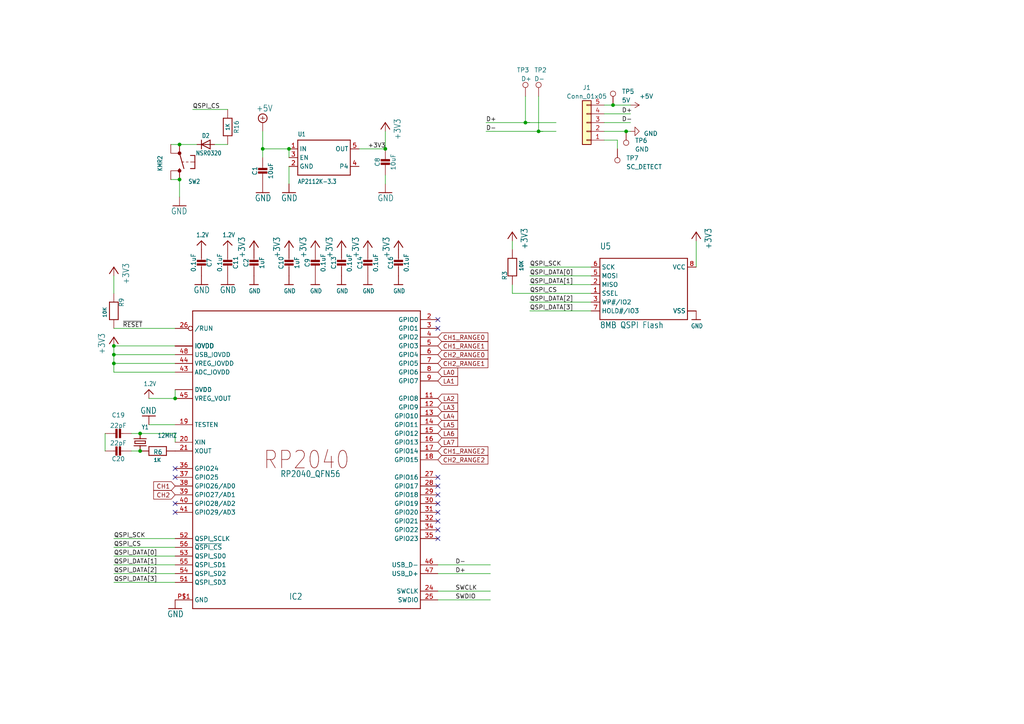
<source format=kicad_sch>
(kicad_sch (version 20230121) (generator eeschema)
  (paper "A4")
  (lib_symbols
    (symbol "Adafruit QT Py RP2040-eagle-import:+3V3" (power)
      (property "Value" "+3V3" (at -2.54 -5.08 90))
      (symbol "+3V3_1_0"
        (polyline (pts (xy 0 0) (xy -1.27 -1.905)) (stroke (width 0.254)))
        (polyline (pts (xy 1.27 -1.905) (xy 0 0)) (stroke (width 0.254)))
        (pin power_in line (at 0 -2.54 90) (length 2.54) (name "+3V3") (number "1"))
      )
    )
    (symbol "Adafruit QT Py RP2040-eagle-import:+5V" (power)
      (property "Value" "+5V" (at -1.905 3.175 0))
      (symbol "+5V_1_0"
        (polyline (pts (xy -0.635 1.27) (xy 0.635 1.27)) (stroke (width 0.1524)))
        (polyline (pts (xy 0 0.635) (xy 0 1.905)) (stroke (width 0.1524)))
        (circle (center 0 1.27) (radius 1.27) (stroke (width 0.254)))
        (pin power_in line (at 0 -2.54 90) (length 2.54) (name "+5V") (number "1"))
      )
    )
    (symbol "Adafruit QT Py RP2040-eagle-import:1.2V" (power)
      (property "Value" "1.2V" (at -1.524 1.016 0))
      (symbol "1.2V_1_0"
        (polyline (pts (xy -1.27 -1.27) (xy 0 0)) (stroke (width 0.254)))
        (polyline (pts (xy 0 0) (xy 1.27 -1.27)) (stroke (width 0.254)))
        (pin power_in line (at 0 -2.54 90) (length 2.54) (name "1.2V") (number "1"))
      )
    )
    (symbol "Adafruit QT Py RP2040-eagle-import:CAP_CERAMIC0603_NO"
      (property "Reference" "C" (at -2.29 1.25 90))
      (symbol "CAP_CERAMIC0603_NO_1_0"
        (rectangle (start -1.27 0.508) (end 1.27 1.016) (fill (type outline)))
        (rectangle (start -1.27 1.524) (end 1.27 2.032) (fill (type outline)))
        (polyline (pts (xy 0 0.762) (xy 0 0)) (stroke (width 0.1524)))
        (polyline (pts (xy 0 2.54) (xy 0 1.778)) (stroke (width 0.1524)))
        (pin passive line (at 0 5.08 270) (length 2.54) (name "1") (number "1"))
        (pin passive line (at 0 -2.54 90) (length 2.54) (name "2") (number "2"))
      )
    )
    (symbol "Adafruit QT Py RP2040-eagle-import:CAP_CERAMIC0805-NOOUTLINE"
      (property "Reference" "C" (at -2.29 1.25 90))
      (symbol "CAP_CERAMIC0805-NOOUTLINE_1_0"
        (rectangle (start -1.27 0.508) (end 1.27 1.016) (fill (type outline)))
        (rectangle (start -1.27 1.524) (end 1.27 2.032) (fill (type outline)))
        (polyline (pts (xy 0 0.762) (xy 0 0)) (stroke (width 0.1524)))
        (polyline (pts (xy 0 2.54) (xy 0 1.778)) (stroke (width 0.1524)))
        (pin passive line (at 0 5.08 270) (length 2.54) (name "1") (number "1"))
        (pin passive line (at 0 -2.54 90) (length 2.54) (name "2") (number "2"))
      )
    )
    (symbol "Adafruit QT Py RP2040-eagle-import:CAP_CERAMIC_0402NO"
      (property "Reference" "C" (at -2.29 1.25 90))
      (symbol "CAP_CERAMIC_0402NO_1_0"
        (rectangle (start -1.27 0.508) (end 1.27 1.016) (fill (type outline)))
        (rectangle (start -1.27 1.524) (end 1.27 2.032) (fill (type outline)))
        (polyline (pts (xy 0 0.762) (xy 0 0)) (stroke (width 0.1524)))
        (polyline (pts (xy 0 2.54) (xy 0 1.778)) (stroke (width 0.1524)))
        (pin passive line (at 0 5.08 270) (length 2.54) (name "1") (number "1"))
        (pin passive line (at 0 -2.54 90) (length 2.54) (name "2") (number "2"))
      )
    )
    (symbol "Adafruit QT Py RP2040-eagle-import:CRYSTAL2.5X2.0"
      (property "Reference" "Y" (at -2.54 2.54 0))
      (symbol "CRYSTAL2.5X2.0_1_0"
        (polyline (pts (xy -2.54 0) (xy -1.016 0)) (stroke (width 0.254)))
        (polyline (pts (xy -1.016 0) (xy -1.016 -1.778)) (stroke (width 0.254)))
        (polyline (pts (xy -1.016 1.778) (xy -1.016 0)) (stroke (width 0.254)))
        (polyline (pts (xy -0.381 -1.524) (xy 0.381 -1.524)) (stroke (width 0.254)))
        (polyline (pts (xy -0.381 1.524) (xy -0.381 -1.524)) (stroke (width 0.254)))
        (polyline (pts (xy 0.381 -1.524) (xy 0.381 1.524)) (stroke (width 0.254)))
        (polyline (pts (xy 0.381 1.524) (xy -0.381 1.524)) (stroke (width 0.254)))
        (polyline (pts (xy 1.016 0) (xy 1.016 -1.778)) (stroke (width 0.254)))
        (polyline (pts (xy 1.016 1.778) (xy 1.016 0)) (stroke (width 0.254)))
        (polyline (pts (xy 2.54 0) (xy 1.016 0)) (stroke (width 0.254)))
        (pin passive line (at -2.54 0 0) (length 0) (name "1") (number "1"))
        (pin passive line (at 2.54 0 180) (length 0) (name "2") (number "3"))
      )
    )
    (symbol "Adafruit QT Py RP2040-eagle-import:DIODE_SOD323MINI"
      (property "Reference" "D" (at 0 2.54 0))
      (symbol "DIODE_SOD323MINI_1_0"
        (polyline (pts (xy -1.27 -1.27) (xy 1.27 0)) (stroke (width 0.254)))
        (polyline (pts (xy -1.27 1.27) (xy -1.27 -1.27)) (stroke (width 0.254)))
        (polyline (pts (xy 1.27 0) (xy -1.27 1.27)) (stroke (width 0.254)))
        (polyline (pts (xy 1.27 0) (xy 1.27 -1.27)) (stroke (width 0.254)))
        (polyline (pts (xy 1.27 1.27) (xy 1.27 0)) (stroke (width 0.254)))
        (pin passive line (at -2.54 0 0) (length 2.54) (name "A") (number "A"))
        (pin passive line (at 2.54 0 180) (length 2.54) (name "C") (number "C"))
      )
    )
    (symbol "Adafruit QT Py RP2040-eagle-import:GND" (power)
      (property "Value" "GND" (at -2.54 -2.54 0))
      (symbol "GND_1_0"
        (polyline (pts (xy -1.905 0) (xy 1.905 0)) (stroke (width 0.254)))
        (pin power_in line (at 0 2.54 270) (length 2.54) (name "GND") (number "1"))
      )
    )
    (symbol "Adafruit QT Py RP2040-eagle-import:RESISTOR_0402NO"
      (property "Reference" "R" (at 0 2.54 0))
      (symbol "RESISTOR_0402NO_1_0"
        (polyline (pts (xy -2.54 -1.27) (xy -2.54 1.27)) (stroke (width 0.254)))
        (polyline (pts (xy -2.54 1.27) (xy 2.54 1.27)) (stroke (width 0.254)))
        (polyline (pts (xy 2.54 -1.27) (xy -2.54 -1.27)) (stroke (width 0.254)))
        (polyline (pts (xy 2.54 1.27) (xy 2.54 -1.27)) (stroke (width 0.254)))
        (pin passive line (at -5.08 0 0) (length 2.54) (name "1") (number "1"))
        (pin passive line (at 5.08 0 180) (length 2.54) (name "2") (number "2"))
      )
    )
    (symbol "Adafruit QT Py RP2040-eagle-import:RP2040_QFN56"
      (property "Reference" "IC" (at -5.08 -40.64 0))
      (symbol "RP2040_QFN56_1_0"
        (polyline (pts (xy -33.02 -43.18) (xy -33.02 43.18)) (stroke (width 0.254)))
        (polyline (pts (xy -33.02 43.18) (xy 33.02 43.18)) (stroke (width 0.254)))
        (polyline (pts (xy 33.02 -43.18) (xy -33.02 -43.18)) (stroke (width 0.254)))
        (polyline (pts (xy 33.02 43.18) (xy 33.02 -43.18)) (stroke (width 0.254)))
        (text "RP2040" (at 0 0 0) (effects (font (size 5.08 4.318))))
        (pin power_in line (at -38.1 33.02 0) (length 5.08) (name "IOVDD") (number "1"))
        (pin power_in line (at -38.1 33.02 0) (length 5.08) (name "IOVDD") (number "10"))
        (pin bidirectional line (at 38.1 17.78 180) (length 5.08) (name "GPIO8") (number "11"))
        (pin bidirectional line (at 38.1 15.24 180) (length 5.08) (name "GPIO9") (number "12"))
        (pin bidirectional line (at 38.1 12.7 180) (length 5.08) (name "GPIO10") (number "13"))
        (pin bidirectional line (at 38.1 10.16 180) (length 5.08) (name "GPIO11") (number "14"))
        (pin bidirectional line (at 38.1 7.62 180) (length 5.08) (name "GPIO12") (number "15"))
        (pin bidirectional line (at 38.1 5.08 180) (length 5.08) (name "GPIO13") (number "16"))
        (pin bidirectional line (at 38.1 2.54 180) (length 5.08) (name "GPIO14") (number "17"))
        (pin bidirectional line (at 38.1 0 180) (length 5.08) (name "GPIO15") (number "18"))
        (pin input line (at -38.1 10.16 0) (length 5.08) (name "TESTEN") (number "19"))
        (pin bidirectional line (at 38.1 40.64 180) (length 5.08) (name "GPIO0") (number "2"))
        (pin input line (at -38.1 5.08 0) (length 5.08) (name "XIN") (number "20"))
        (pin output line (at -38.1 2.54 0) (length 5.08) (name "XOUT") (number "21"))
        (pin power_in line (at -38.1 33.02 0) (length 5.08) (name "IOVDD") (number "22"))
        (pin power_in line (at -38.1 20.32 0) (length 5.08) (name "DVDD") (number "23"))
        (pin bidirectional line (at 38.1 -38.1 180) (length 5.08) (name "SWCLK") (number "24"))
        (pin bidirectional line (at 38.1 -40.64 180) (length 5.08) (name "SWDIO") (number "25"))
        (pin bidirectional inverted (at -38.1 38.1 0) (length 5.08) (name "/RUN") (number "26"))
        (pin bidirectional line (at 38.1 -5.08 180) (length 5.08) (name "GPIO16") (number "27"))
        (pin bidirectional line (at 38.1 -7.62 180) (length 5.08) (name "GPIO17") (number "28"))
        (pin bidirectional line (at 38.1 -10.16 180) (length 5.08) (name "GPIO18") (number "29"))
        (pin bidirectional line (at 38.1 38.1 180) (length 5.08) (name "GPIO1") (number "3"))
        (pin bidirectional line (at 38.1 -12.7 180) (length 5.08) (name "GPIO19") (number "30"))
        (pin bidirectional line (at 38.1 -15.24 180) (length 5.08) (name "GPIO20") (number "31"))
        (pin bidirectional line (at 38.1 -17.78 180) (length 5.08) (name "GPIO21") (number "32"))
        (pin power_in line (at -38.1 33.02 0) (length 5.08) (name "IOVDD") (number "33"))
        (pin bidirectional line (at 38.1 -20.32 180) (length 5.08) (name "GPIO22") (number "34"))
        (pin bidirectional line (at 38.1 -22.86 180) (length 5.08) (name "GPIO23") (number "35"))
        (pin bidirectional line (at -38.1 -2.54 0) (length 5.08) (name "GPIO24") (number "36"))
        (pin bidirectional line (at -38.1 -5.08 0) (length 5.08) (name "GPIO25") (number "37"))
        (pin bidirectional line (at -38.1 -7.62 0) (length 5.08) (name "GPIO26/AD0") (number "38"))
        (pin bidirectional line (at -38.1 -10.16 0) (length 5.08) (name "GPIO27/AD1") (number "39"))
        (pin bidirectional line (at 38.1 35.56 180) (length 5.08) (name "GPIO2") (number "4"))
        (pin bidirectional line (at -38.1 -12.7 0) (length 5.08) (name "GPIO28/AD2") (number "40"))
        (pin bidirectional line (at -38.1 -15.24 0) (length 5.08) (name "GPIO29/AD3") (number "41"))
        (pin power_in line (at -38.1 33.02 0) (length 5.08) (name "IOVDD") (number "42"))
        (pin power_in line (at -38.1 25.4 0) (length 5.08) (name "ADC_IOVDD") (number "43"))
        (pin power_in line (at -38.1 27.94 0) (length 5.08) (name "VREG_IOVDD") (number "44"))
        (pin power_in line (at -38.1 17.78 0) (length 5.08) (name "VREG_VOUT") (number "45"))
        (pin bidirectional line (at 38.1 -30.48 180) (length 5.08) (name "USB_D-") (number "46"))
        (pin bidirectional line (at 38.1 -33.02 180) (length 5.08) (name "USB_D+") (number "47"))
        (pin power_in line (at -38.1 30.48 0) (length 5.08) (name "USB_IOVDD") (number "48"))
        (pin power_in line (at -38.1 33.02 0) (length 5.08) (name "IOVDD") (number "49"))
        (pin bidirectional line (at 38.1 33.02 180) (length 5.08) (name "GPIO3") (number "5"))
        (pin power_in line (at -38.1 20.32 0) (length 5.08) (name "DVDD") (number "50"))
        (pin bidirectional line (at -38.1 -35.56 0) (length 5.08) (name "QSPI_SD3") (number "51"))
        (pin bidirectional line (at -38.1 -22.86 0) (length 5.08) (name "QSPI_SCLK") (number "52"))
        (pin bidirectional line (at -38.1 -27.94 0) (length 5.08) (name "QSPI_SD0") (number "53"))
        (pin bidirectional line (at -38.1 -33.02 0) (length 5.08) (name "QSPI_SD2") (number "54"))
        (pin bidirectional line (at -38.1 -30.48 0) (length 5.08) (name "QSPI_SD1") (number "55"))
        (pin bidirectional line (at -38.1 -25.4 0) (length 5.08) (name "~{QSPI_CS}") (number "56"))
        (pin bidirectional line (at 38.1 30.48 180) (length 5.08) (name "GPIO4") (number "6"))
        (pin bidirectional line (at 38.1 27.94 180) (length 5.08) (name "GPIO5") (number "7"))
        (pin bidirectional line (at 38.1 25.4 180) (length 5.08) (name "GPIO6") (number "8"))
        (pin bidirectional line (at 38.1 22.86 180) (length 5.08) (name "GPIO7") (number "9"))
        (pin power_in line (at -38.1 -40.64 0) (length 5.08) (name "GND") (number "P$1"))
      )
    )
    (symbol "Adafruit QT Py RP2040-eagle-import:SPIFLASH_8PIN_4X4"
      (property "Reference" "U" (at -12.7 12.7 0))
      (symbol "SPIFLASH_8PIN_4X4_1_0"
        (polyline (pts (xy -12.7 -7.62) (xy -12.7 10.16)) (stroke (width 0.254)))
        (polyline (pts (xy -12.7 10.16) (xy 12.7 10.16)) (stroke (width 0.254)))
        (polyline (pts (xy 12.7 -7.62) (xy -12.7 -7.62)) (stroke (width 0.254)))
        (polyline (pts (xy 12.7 10.16) (xy 12.7 -7.62)) (stroke (width 0.254)))
        (pin bidirectional line (at -15.24 0 0) (length 2.54) (name "SSEL") (number "1"))
        (pin bidirectional line (at -15.24 2.54 0) (length 2.54) (name "MISO") (number "2"))
        (pin bidirectional line (at -15.24 -2.54 0) (length 2.54) (name "WP#/IO2") (number "3"))
        (pin bidirectional line (at 15.24 -5.08 180) (length 2.54) (name "VSS") (number "4"))
        (pin bidirectional line (at -15.24 5.08 0) (length 2.54) (name "MOSI") (number "5"))
        (pin bidirectional line (at -15.24 7.62 0) (length 2.54) (name "SCK") (number "6"))
        (pin bidirectional line (at -15.24 -5.08 0) (length 2.54) (name "HOLD#/IO3") (number "7"))
        (pin bidirectional line (at 15.24 7.62 180) (length 2.54) (name "VCC") (number "8"))
        (pin bidirectional line (at 15.24 -5.08 180) (length 2.54) (name "VSS") (number "PAD"))
      )
    )
    (symbol "Adafruit QT Py RP2040-eagle-import:SWITCH_TACT_SMT4.6X2.8"
      (property "Reference" "SW" (at -2.54 6.35 0))
      (symbol "SWITCH_TACT_SMT4.6X2.8_1_0"
        (circle (center -2.54 0) (radius 0.127) (stroke (width 0.4064)))
        (polyline (pts (xy -2.54 -2.54) (xy -2.54 0)) (stroke (width 0.1524)))
        (polyline (pts (xy -2.54 0) (xy 1.905 1.27)) (stroke (width 0.254)))
        (polyline (pts (xy -1.905 4.445) (xy -1.905 3.175)) (stroke (width 0.254)))
        (polyline (pts (xy 0 1.27) (xy 0 0.635)) (stroke (width 0.1524)))
        (polyline (pts (xy 0 2.54) (xy 0 1.905)) (stroke (width 0.1524)))
        (polyline (pts (xy 0 4.445) (xy -1.905 4.445)) (stroke (width 0.254)))
        (polyline (pts (xy 0 4.445) (xy 0 3.175)) (stroke (width 0.1524)))
        (polyline (pts (xy 1.905 0) (xy 2.54 0)) (stroke (width 0.254)))
        (polyline (pts (xy 1.905 4.445) (xy 0 4.445)) (stroke (width 0.254)))
        (polyline (pts (xy 1.905 4.445) (xy 1.905 3.175)) (stroke (width 0.254)))
        (polyline (pts (xy 2.54 -2.54) (xy 2.54 0)) (stroke (width 0.1524)))
        (circle (center 2.54 0) (radius 0.127) (stroke (width 0.4064)))
        (pin passive line (at -5.08 0 0) (length 2.54) (name "P") (number "A"))
        (pin passive line (at -5.08 -2.54 0) (length 2.54) (name "P1") (number "A'"))
        (pin passive line (at 5.08 0 180) (length 2.54) (name "S") (number "B"))
        (pin passive line (at 5.08 -2.54 180) (length 2.54) (name "S1") (number "B'"))
      )
    )
    (symbol "Adafruit QT Py RP2040-eagle-import:VREG_SOT23-5"
      (property "Reference" "U" (at -7.62 6.096 0))
      (symbol "VREG_SOT23-5_1_0"
        (polyline (pts (xy -7.62 -5.08) (xy -7.62 5.08)) (stroke (width 0.254)))
        (polyline (pts (xy -7.62 5.08) (xy 7.62 5.08)) (stroke (width 0.254)))
        (polyline (pts (xy 7.62 -5.08) (xy -7.62 -5.08)) (stroke (width 0.254)))
        (polyline (pts (xy 7.62 5.08) (xy 7.62 -5.08)) (stroke (width 0.254)))
        (pin power_in line (at -10.16 2.54 0) (length 2.54) (name "IN") (number "1"))
        (pin power_in line (at -10.16 -2.54 0) (length 2.54) (name "GND") (number "2"))
        (pin input line (at -10.16 0 0) (length 2.54) (name "EN") (number "3"))
        (pin bidirectional line (at 10.16 -2.54 180) (length 2.54) (name "P4") (number "4"))
        (pin power_in line (at 10.16 2.54 180) (length 2.54) (name "OUT") (number "5"))
      )
    )
    (symbol "Adafruit QT Py RP2040-eagle-import:microbuilder_GND" (power)
      (property "Value" "microbuilder_GND" (at -1.524 -2.54 0))
      (symbol "microbuilder_GND_1_0"
        (polyline (pts (xy -1.27 0) (xy 1.27 0)) (stroke (width 0.254)))
        (pin power_in line (at 0 2.54 270) (length 2.54) (name "GND") (number "1"))
      )
    )
    (symbol "Connector:TestPoint" (pin_numbers hide) (pin_names (offset 0.762) hide)
      (property "Reference" "TP" (at 0 6.858 0))
      (property "Value" "TestPoint" (at 0 5.08 0))
      (symbol "TestPoint_0_1"
        (circle (center 0 3.302) (radius 0.762))
      )
      (symbol "TestPoint_1_1"
        (pin passive line (at 0 0 90) (length 2.54) (name "1") (number "1"))
      )
    )
    (symbol "Connector_Generic:Conn_01x05" (pin_names (offset 1.016) hide)
      (property "Reference" "J" (at 0 7.62 0))
      (property "Value" "Conn_01x05" (at 0 -7.62 0))
      (symbol "Conn_01x05_1_1"
        (rectangle (start -1.27 -4.953) (end 0 -5.207) (stroke (width 0.1524)))
        (rectangle (start -1.27 -2.413) (end 0 -2.667) (stroke (width 0.1524)))
        (rectangle (start -1.27 0.127) (end 0 -0.127) (stroke (width 0.1524)))
        (rectangle (start -1.27 2.667) (end 0 2.413) (stroke (width 0.1524)))
        (rectangle (start -1.27 5.207) (end 0 4.953) (stroke (width 0.1524)))
        (rectangle (start -1.27 6.35) (end 1.27 -6.35) (stroke (width 0.254)) (fill (type background)))
        (pin passive line (at -5.08 5.08 0) (length 3.81) (name "Pin_1") (number "1"))
        (pin passive line (at -5.08 2.54 0) (length 3.81) (name "Pin_2") (number "2"))
        (pin passive line (at -5.08 0 0) (length 3.81) (name "Pin_3") (number "3"))
        (pin passive line (at -5.08 -2.54 0) (length 3.81) (name "Pin_4") (number "4"))
        (pin passive line (at -5.08 -5.08 0) (length 3.81) (name "Pin_5") (number "5"))
      )
    )
    (symbol "power:+5V" (power) (pin_names (offset 0))
      (property "Value" "+5V" (at 0 3.556 0))
      (symbol "+5V_0_1"
        (polyline (pts (xy -0.762 1.27) (xy 0 2.54)))
        (polyline (pts (xy 0 0) (xy 0 2.54)))
        (polyline (pts (xy 0 2.54) (xy 0.762 1.27)))
      )
      (symbol "+5V_1_1"
        (pin power_in line (at 0 0 90) (length 0) hide (name "+5V") (number "1"))
      )
    )
    (symbol "power:GND" (power) (pin_names (offset 0))
      (property "Value" "GND" (at 0 -3.81 0))
      (symbol "GND_0_1"
        (polyline (pts (xy 0 0) (xy 0 -1.27) (xy 1.27 -1.27) (xy 0 -2.54) (xy -1.27 -1.27) (xy 0 -1.27)))
      )
      (symbol "GND_1_1"
        (pin power_in line (at 0 0 270) (length 0) hide (name "GND") (number "1"))
      )
    )
  )
  (junction (at 33.02 102.87))
  (junction (at 40.64 130.81))
  (junction (at 52.07 41.91))
  (junction (at 33.02 100.33))
  (junction (at 181.61 38.1))
  (junction (at 83.82 43.18))
  (junction (at 76.2 43.18))
  (junction (at 52.07 52.07))
  (junction (at 33.02 105.41))
  (junction (at 50.8 115.57))
  (junction (at 177.8 30.48))
  (junction (at 111.76 43.18))
  (junction (at 152.4 35.56))
  (junction (at 156.21 38.1))
  (junction (at 40.64 125.73))
  (no_connect (at 127 92.71))
  (no_connect (at 50.8 148.59))
  (no_connect (at 127 148.59))
  (no_connect (at 127 146.05))
  (no_connect (at 127 140.97))
  (no_connect (at 127 153.67))
  (no_connect (at 127 143.51))
  (no_connect (at 127 95.25))
  (no_connect (at 50.8 146.05))
  (no_connect (at 50.8 135.89))
  (no_connect (at 127 151.13))
  (no_connect (at 50.8 138.43))
  (no_connect (at 127 138.43))
  (no_connect (at 127 156.21))
  (wire (pts (xy 156.21 38.1) (xy 161.29 38.1)) (stroke (width 0.1524)))
  (wire (pts (xy 50.8 100.33) (xy 33.02 100.33)) (stroke (width 0.1524)))
  (wire (pts (xy 177.8 30.48) (xy 182.88 30.48)))
  (wire (pts (xy 50.8 123.19) (xy 43.18 123.19)) (stroke (width 0.1524)))
  (wire (pts (xy 66.04 31.75) (xy 55.88 31.75)) (stroke (width 0.1524)))
  (wire (pts (xy 76.2 38.1) (xy 76.2 43.18)) (stroke (width 0.1524)))
  (wire (pts (xy 140.97 35.56) (xy 152.4 35.56)) (stroke (width 0.1524)))
  (wire (pts (xy 201.93 69.85) (xy 201.93 77.47)) (stroke (width 0.1524)))
  (wire (pts (xy 83.82 45.72) (xy 83.82 43.18)) (stroke (width 0.1524)))
  (wire (pts (xy 33.02 102.87) (xy 33.02 100.33)) (stroke (width 0.1524)))
  (wire (pts (xy 175.26 30.48) (xy 177.8 30.48)))
  (wire (pts (xy 111.76 53.34) (xy 111.76 50.8)) (stroke (width 0.1524)))
  (wire (pts (xy 33.02 163.83) (xy 50.8 163.83)) (stroke (width 0.1524)))
  (wire (pts (xy 111.76 38.1) (xy 111.76 43.18)) (stroke (width 0.1524)))
  (wire (pts (xy 38.1 130.81) (xy 40.64 130.81)) (stroke (width 0.1524)))
  (wire (pts (xy 171.45 77.47) (xy 153.67 77.47)) (stroke (width 0.1524)))
  (wire (pts (xy 127 166.37) (xy 142.24 166.37)) (stroke (width 0.1524)))
  (wire (pts (xy 33.02 80.01) (xy 33.02 85.09)) (stroke (width 0.1524)))
  (wire (pts (xy 50.8 156.21) (xy 33.02 156.21)) (stroke (width 0.1524)))
  (wire (pts (xy 156.21 27.94) (xy 156.21 38.1)))
  (wire (pts (xy 50.8 158.75) (xy 33.02 158.75)) (stroke (width 0.1524)))
  (wire (pts (xy 33.02 105.41) (xy 33.02 102.87)) (stroke (width 0.1524)))
  (wire (pts (xy 52.07 41.91) (xy 49.53 41.91)) (stroke (width 0.1524)))
  (wire (pts (xy 83.82 48.26) (xy 83.82 53.34)) (stroke (width 0.1524)))
  (wire (pts (xy 33.02 161.29) (xy 50.8 161.29)) (stroke (width 0.1524)))
  (wire (pts (xy 33.02 166.37) (xy 50.8 166.37)) (stroke (width 0.1524)))
  (wire (pts (xy 142.24 171.45) (xy 127 171.45)) (stroke (width 0.1524)))
  (wire (pts (xy 33.02 95.25) (xy 50.8 95.25)) (stroke (width 0.1524)))
  (wire (pts (xy 30.48 125.73) (xy 30.48 130.81)) (stroke (width 0.1524)))
  (wire (pts (xy 104.14 43.18) (xy 111.76 43.18)) (stroke (width 0.1524)))
  (wire (pts (xy 33.02 168.91) (xy 50.8 168.91)) (stroke (width 0.1524)))
  (wire (pts (xy 52.07 41.91) (xy 57.15 41.91)) (stroke (width 0.1524)))
  (wire (pts (xy 50.8 105.41) (xy 33.02 105.41)) (stroke (width 0.1524)))
  (wire (pts (xy 40.64 125.73) (xy 50.8 125.73)) (stroke (width 0.1524)))
  (wire (pts (xy 50.8 107.95) (xy 33.02 107.95)) (stroke (width 0.1524)))
  (wire (pts (xy 127 173.99) (xy 142.24 173.99)) (stroke (width 0.1524)))
  (wire (pts (xy 148.59 69.85) (xy 148.59 72.39)) (stroke (width 0.1524)))
  (wire (pts (xy 33.02 107.95) (xy 33.02 105.41)) (stroke (width 0.1524)))
  (wire (pts (xy 50.8 125.73) (xy 50.8 128.27)) (stroke (width 0.1524)))
  (wire (pts (xy 76.2 45.72) (xy 76.2 43.18)) (stroke (width 0.1524)))
  (wire (pts (xy 175.26 35.56) (xy 182.88 35.56)))
  (wire (pts (xy 52.07 52.07) (xy 52.07 57.15)) (stroke (width 0.1524)))
  (wire (pts (xy 49.53 52.07) (xy 52.07 52.07)) (stroke (width 0.1524)))
  (wire (pts (xy 62.23 41.91) (xy 66.04 41.91)) (stroke (width 0.1524)))
  (wire (pts (xy 43.18 115.57) (xy 50.8 115.57)) (stroke (width 0.1524)))
  (wire (pts (xy 179.07 40.64) (xy 179.07 43.18)))
  (wire (pts (xy 182.88 38.1) (xy 181.61 38.1)))
  (wire (pts (xy 175.26 33.02) (xy 182.88 33.02)))
  (wire (pts (xy 156.21 38.1) (xy 157.48 38.1)))
  (wire (pts (xy 50.8 102.87) (xy 33.02 102.87)) (stroke (width 0.1524)))
  (wire (pts (xy 40.64 125.73) (xy 38.1 125.73)) (stroke (width 0.1524)))
  (wire (pts (xy 76.2 43.18) (xy 83.82 43.18)) (stroke (width 0.1524)))
  (wire (pts (xy 152.4 35.56) (xy 161.29 35.56)) (stroke (width 0.1524)))
  (wire (pts (xy 148.59 82.55) (xy 148.59 85.09)) (stroke (width 0.1524)))
  (wire (pts (xy 175.26 38.1) (xy 181.61 38.1)))
  (wire (pts (xy 127 163.83) (xy 142.24 163.83)) (stroke (width 0.1524)))
  (wire (pts (xy 171.45 87.63) (xy 153.67 87.63)) (stroke (width 0.1524)))
  (wire (pts (xy 153.67 90.17) (xy 171.45 90.17)) (stroke (width 0.1524)))
  (wire (pts (xy 171.45 82.55) (xy 153.67 82.55)) (stroke (width 0.1524)))
  (wire (pts (xy 152.4 35.56) (xy 153.67 35.56)))
  (wire (pts (xy 148.59 85.09) (xy 171.45 85.09)) (stroke (width 0.1524)))
  (wire (pts (xy 175.26 40.64) (xy 179.07 40.64)))
  (wire (pts (xy 50.8 113.03) (xy 50.8 115.57)) (stroke (width 0.1524)))
  (wire (pts (xy 140.97 38.1) (xy 156.21 38.1)) (stroke (width 0.1524)))
  (wire (pts (xy 152.4 27.94) (xy 152.4 35.56)))
  (wire (pts (xy 153.67 80.01) (xy 171.45 80.01)) (stroke (width 0.1524)))
  (label "QSPI_CS" (at 153.67 85.09 0) (effects (font (size 1.2446 1.2446))))
  (label "SWDIO" (at 132.08 173.99 0) (effects (font (size 1.2446 1.2446))))
  (label "~{RESET}" (at 35.56 95.25 0) (effects (font (size 1.2446 1.2446))))
  (label "D-" (at 132.08 163.83 0) (effects (font (size 1.2446 1.2446))))
  (label "QSPI_DATA[3]" (at 153.67 90.17 0) (effects (font (size 1.2446 1.2446))))
  (label "QSPI_DATA[0]" (at 153.67 80.01 0) (effects (font (size 1.2446 1.2446))))
  (label "SWCLK" (at 132.08 171.45 0) (effects (font (size 1.2446 1.2446))))
  (label "QSPI_DATA[1]" (at 153.67 82.55 0) (effects (font (size 1.2446 1.2446))))
  (label "QSPI_CS" (at 55.88 31.75 0) (effects (font (size 1.2446 1.2446))))
  (label "QSPI_DATA[0]" (at 33.02 161.29 0) (effects (font (size 1.2446 1.2446))))
  (label "D+" (at 132.08 166.37 0) (effects (font (size 1.2446 1.2446))))
  (label "QSPI_DATA[1]" (at 33.02 163.83 0) (effects (font (size 1.2446 1.2446))))
  (label "QSPI_DATA[3]" (at 33.02 168.91 0) (effects (font (size 1.2446 1.2446))))
  (label "QSPI_DATA[2]" (at 153.67 87.63 0) (effects (font (size 1.2446 1.2446))))
  (label "D-" (at 180.34 35.56 0))
  (label "QSPI_CS" (at 33.02 158.75 0) (effects (font (size 1.2446 1.2446))))
  (label "QSPI_SCK" (at 153.67 77.47 0) (effects (font (size 1.2446 1.2446))))
  (label "D+" (at 140.97 35.56 0) (effects (font (size 1.2446 1.2446))))
  (label "D+" (at 180.34 33.02 0))
  (label "QSPI_DATA[2]" (at 33.02 166.37 0) (effects (font (size 1.2446 1.2446))))
  (label "QSPI_SCK" (at 33.02 156.21 0) (effects (font (size 1.2446 1.2446))))
  (label "D-" (at 140.97 38.1 0) (effects (font (size 1.2446 1.2446))))
  (label "+3V3" (at 106.68 43.18 0) (effects (font (size 1.2446 1.2446))))
  (global_label "CH1_RANGE1" (shape input) (at 127 100.33 0) (property "Intersheetrefs" "${INTERSHEET_REFS}" (effects hide)))
  (global_label "CH2" (shape input) (at 50.8 143.51 180) (property "Intersheetrefs" "${INTERSHEET_REFS}" (effects hide)))
  (global_label "CH2_RANGE0" (shape input) (at 127 102.87 0) (property "Intersheetrefs" "${INTERSHEET_REFS}" (effects hide)))
  (global_label "LA4" (shape input) (at 127 120.65 0) (property "Intersheetrefs" "${INTERSHEET_REFS}" (effects hide)))
  (global_label "CH1_RANGE2" (shape input) (at 127 130.81 0) (property "Intersheetrefs" "${INTERSHEET_REFS}" (effects hide)))
  (global_label "LA0" (shape input) (at 127 107.95 0) (property "Intersheetrefs" "${INTERSHEET_REFS}" (effects hide)))
  (global_label "LA3" (shape input) (at 127 118.11 0) (property "Intersheetrefs" "${INTERSHEET_REFS}" (effects hide)))
  (global_label "CH1" (shape input) (at 50.8 140.97 180) (property "Intersheetrefs" "${INTERSHEET_REFS}" (effects hide)))
  (global_label "LA5" (shape input) (at 127 123.19 0) (property "Intersheetrefs" "${INTERSHEET_REFS}" (effects hide)))
  (global_label "CH1_RANGE0" (shape input) (at 127 97.79 0) (property "Intersheetrefs" "${INTERSHEET_REFS}" (effects hide)))
  (global_label "CH2_RANGE2" (shape input) (at 127 133.35 0) (property "Intersheetrefs" "${INTERSHEET_REFS}" (effects hide)))
  (global_label "CH2_RANGE1" (shape input) (at 127 105.41 0) (property "Intersheetrefs" "${INTERSHEET_REFS}" (effects hide)))
  (global_label "LA2" (shape input) (at 127 115.57 0) (property "Intersheetrefs" "${INTERSHEET_REFS}" (effects hide)))
  (global_label "LA7" (shape input) (at 127 128.27 0) (property "Intersheetrefs" "${INTERSHEET_REFS}" (effects hide)))
  (global_label "LA6" (shape input) (at 127 125.73 0) (property "Intersheetrefs" "${INTERSHEET_REFS}" (effects hide)))
  (global_label "LA1" (shape input) (at 127 110.49 0) (property "Intersheetrefs" "${INTERSHEET_REFS}" (effects hide)))
  (symbol (lib_id "Adafruit QT Py RP2040-eagle-import:CAP_CERAMIC_0402NO") (at 66.04 74.93 180) (unit 1)
    (property "Reference" "C11" (at 68.33 76.18 90))
    (property "Value" "0.1uF" (at 63.74 76.18 90))
    (property "Footprint" "Adafruit QT Py RP2040:_0402NO" (effects hide))
    (instances (project "Adafruit QT Py RP2040" (path "" (reference "C11") (unit 1))) (project "osc_v2" (path "" (reference "C13") (unit 1)) (path "" (reference "C13") (unit 1))))
  )
  (symbol (lib_id "Adafruit QT Py RP2040-eagle-import:CAP_CERAMIC_0402NO") (at 35.56 125.73 90) (unit 1)
    (property "Reference" "C19" (at 34.31 120.4 90))
    (property "Value" "22pF" (at 34.31 123.43 90))
    (property "Footprint" "Adafruit QT Py RP2040:_0402NO" (effects hide))
    (instances (project "Adafruit QT Py RP2040" (path "" (reference "C19") (unit 1))) (project "osc_v2" (path "" (reference "C9") (unit 1)) (path "" (reference "C9") (unit 1))))
  )
  (symbol (lib_id "Adafruit QT Py RP2040-eagle-import:microbuilder_GND") (at 106.68 82.55 0) (unit 1)
    (property "Reference" "#U$50" (effects hide))
    (property "Value" "GND" (at 105.156 85.09 0) (effects (font (size 1.27 1.0795)) (justify left bottom)))
    (instances (project "Adafruit QT Py RP2040" (path "" (reference "#U$50") (unit 1))) (project "osc_v2" (path "" (reference "#U$09") (unit 1)) (path "" (reference "#U$09") (unit 1))))
  )
  (symbol (lib_id "Adafruit QT Py RP2040-eagle-import:SWITCH_TACT_SMT4.6X2.8") (at 52.07 46.99 270) (unit 1)
    (property "Reference" "SW2" (at 54.61 53.34 90) (effects (font (size 1.27 1.0795)) (justify left bottom)))
    (property "Value" "KMR2" (at 45.72 45.085 0) (effects (font (size 1.27 1.0795)) (justify left bottom)))
    (property "Footprint" "Adafruit QT Py RP2040:BTN_KMR2_4.6X2.8" (effects hide))
    (instances (project "Adafruit QT Py RP2040" (path "" (reference "SW2") (unit 1))) (project "osc_v2" (path "" (reference "SW1") (unit 1)) (path "" (reference "SW1") (unit 1))))
  )
  (symbol (lib_id "Connector:TestPoint") (at 156.21 27.94 0) (unit 1)
    (property "Reference" "TP2" (at 154.94 20.32 0) (effects (justify left)))
    (property "Value" "D-" (at 154.94 22.86 0) (effects (justify left)))
    (property "Footprint" "TestPoint:TestPoint_Pad_2.0x2.0mm" (effects hide))
  )
  (symbol (lib_id "Adafruit QT Py RP2040-eagle-import:GND") (at 111.76 55.88 0) (mirror y) (unit 1)
    (property "Reference" "#GND12" (effects hide))
    (property "Value" "GND" (at 114.3 58.42 0) (effects (font (size 1.778 1.5113)) (justify left bottom)))
    (instances (project "Adafruit QT Py RP2040" (path "" (reference "#GND12") (unit 1))) (project "osc_v2" (path "" (reference "#GND09") (unit 1)) (path "" (reference "#GND09") (unit 1))))
  )
  (symbol (lib_id "Adafruit QT Py RP2040-eagle-import:+3V3") (at 83.82 69.85 0) (unit 1)
    (property "Reference" "#+3V10" (effects hide))
    (property "Value" "+3V3" (at 81.28 74.93 90) (effects (font (size 1.778 1.5113)) (justify left bottom)))
    (instances (project "Adafruit QT Py RP2040" (path "" (reference "#+3V10") (unit 1))) (project "osc_v2" (path "" (reference "#+3V04") (unit 1)) (path "" (reference "#+3V04") (unit 1))))
  )
  (symbol (lib_id "Adafruit QT Py RP2040-eagle-import:GND") (at 76.2 55.88 0) (mirror y) (unit 1)
    (property "Reference" "#GND3" (effects hide))
    (property "Value" "GND" (at 78.74 58.42 0) (effects (font (size 1.778 1.5113)) (justify left bottom)))
    (instances (project "Adafruit QT Py RP2040" (path "" (reference "#GND3") (unit 1))) (project "osc_v2" (path "" (reference "#GND07") (unit 1)) (path "" (reference "#GND07") (unit 1))))
  )
  (symbol (lib_id "Adafruit QT Py RP2040-eagle-import:+3V3") (at 148.59 67.31 0) (mirror y) (unit 1)
    (property "Reference" "#+3V8" (effects hide))
    (property "Value" "+3V3" (at 151.13 72.39 90) (effects (font (size 1.778 1.5113)) (justify left bottom)))
    (instances (project "Adafruit QT Py RP2040" (path "" (reference "#+3V8") (unit 1))) (project "osc_v2" (path "" (reference "#+3V011") (unit 1)) (path "" (reference "#+3V011") (unit 1))))
  )
  (symbol (lib_id "Adafruit QT Py RP2040-eagle-import:GND") (at 66.04 82.55 0) (mirror y) (unit 1)
    (property "Reference" "#GND20" (effects hide))
    (property "Value" "GND" (at 68.58 85.09 0) (effects (font (size 1.778 1.5113)) (justify left bottom)))
    (instances (project "Adafruit QT Py RP2040" (path "" (reference "#GND20") (unit 1))) (project "osc_v2" (path "" (reference "#GND06") (unit 1)) (path "" (reference "#GND06") (unit 1))))
  )
  (symbol (lib_id "Adafruit QT Py RP2040-eagle-import:CAP_CERAMIC0603_NO") (at 83.82 77.47 0) (unit 1)
    (property "Reference" "C10" (at 81.53 76.22 90))
    (property "Value" "1uF" (at 86.12 76.22 90))
    (property "Footprint" "Adafruit QT Py RP2040:0603-NO" (effects hide))
    (instances (project "Adafruit QT Py RP2040" (path "" (reference "C10") (unit 1))) (project "osc_v2" (path "" (reference "C16") (unit 1)) (path "" (reference "C16") (unit 1))))
  )
  (symbol (lib_id "Adafruit QT Py RP2040-eagle-import:+3V3") (at 33.02 97.79 0) (unit 1)
    (property "Reference" "#+3V6" (effects hide))
    (property "Value" "+3V3" (at 30.48 102.87 90) (effects (font (size 1.778 1.5113)) (justify left bottom)))
    (instances (project "Adafruit QT Py RP2040" (path "" (reference "#+3V6") (unit 1))) (project "osc_v2" (path "" (reference "#+3V02") (unit 1)) (path "" (reference "#+3V02") (unit 1))))
  )
  (symbol (lib_id "Adafruit QT Py RP2040-eagle-import:CRYSTAL2.5X2.0") (at 40.64 128.27 90) (unit 1)
    (property "Reference" "Y1" (at 43.18 123.19 90) (effects (font (size 1.27 1.0795)) (justify left bottom)))
    (property "Value" "12MHZ" (at 45.72 127 90) (effects (font (size 1.27 1.0795)) (justify right top)))
    (property "Footprint" "Adafruit QT Py RP2040:CRYSTAL_2.5X2" (effects hide))
  )
  (symbol (lib_id "Adafruit QT Py RP2040-eagle-import:+3V3") (at 201.93 67.31 0) (mirror y) (unit 1)
    (property "Reference" "#+3V5" (effects hide))
    (property "Value" "+3V3" (at 204.47 72.39 90) (effects (font (size 1.778 1.5113)) (justify left bottom)))
    (instances (project "Adafruit QT Py RP2040" (path "" (reference "#+3V5") (unit 1))) (project "osc_v2" (path "" (reference "#+3V012") (unit 1)) (path "" (reference "#+3V012") (unit 1))))
  )
  (symbol (lib_id "power:GND") (at 182.88 38.1 90) (unit 1)
    (property "Reference" "#PWR034" (effects hide))
    (property "Value" "GND" (at 186.69 38.735 90) (effects (justify right)))
    (instances (project "osc_v2" (path "" (reference "#PWR034") (unit 1)) (path "" (reference "#PWR035") (unit 1))))
  )
  (symbol (lib_id "power:+5V") (at 182.88 30.48 270) (unit 1)
    (property "Reference" "#PWR035" (effects hide))
    (property "Value" "+5V" (at 185.42 27.94 90) (effects (justify left)))
    (instances (project "osc_v2" (path "" (reference "#PWR035") (unit 1)) (path "" (reference "#PWR034") (unit 1))))
  )
  (symbol (lib_id "Adafruit QT Py RP2040-eagle-import:RESISTOR_0402NO") (at 148.59 77.47 90) (unit 1)
    (property "Reference" "R3" (at 147.0914 81.28 0) (effects (justify left bottom)))
    (property "Value" "10K" (at 151.892 78.74 0) (effects (font (size 1.016 1.016) bold) (justify left bottom)))
    (property "Footprint" "Resistor_SMD:R_0805_2012Metric_Pad1.20x1.40mm_HandSolder" (effects hide))
    (instances (project "Adafruit QT Py RP2040" (path "" (reference "R3") (unit 1))) (project "osc_v2" (path "" (reference "R18") (unit 1)) (path "" (reference "R18") (unit 1))))
  )
  (symbol (lib_id "Adafruit QT Py RP2040-eagle-import:CAP_CERAMIC0805-NOOUTLINE") (at 111.76 48.26 0) (unit 1)
    (property "Reference" "C8" (at 109.47 47.01 90))
    (property "Value" "10uF" (at 114.06 47.01 90))
    (property "Footprint" "Adafruit QT Py RP2040:0805-NO" (effects hide))
    (instances (project "Adafruit QT Py RP2040" (path "" (reference "C8") (unit 1))) (project "osc_v2" (path "" (reference "C20") (unit 1)) (path "" (reference "C20") (unit 1))))
  )
  (symbol (lib_id "Adafruit QT Py RP2040-eagle-import:microbuilder_GND") (at 73.66 82.55 0) (unit 1)
    (property "Reference" "#U$3" (effects hide))
    (property "Value" "GND" (at 72.136 85.09 0) (effects (font (size 1.27 1.0795)) (justify left bottom)))
    (instances (project "Adafruit QT Py RP2040" (path "" (reference "#U$3") (unit 1))) (project "osc_v2" (path "" (reference "#U$05") (unit 1)) (path "" (reference "#U$05") (unit 1))))
  )
  (symbol (lib_id "Adafruit QT Py RP2040-eagle-import:microbuilder_GND") (at 83.82 82.55 0) (unit 1)
    (property "Reference" "#U$47" (effects hide))
    (property "Value" "GND" (at 82.296 85.09 0) (effects (font (size 1.27 1.0795)) (justify left bottom)))
    (instances (project "Adafruit QT Py RP2040" (path "" (reference "#U$47") (unit 1))) (project "osc_v2" (path "" (reference "#U$06") (unit 1)) (path "" (reference "#U$06") (unit 1))))
  )
  (symbol (lib_id "Adafruit QT Py RP2040-eagle-import:CAP_CERAMIC_0402NO") (at 99.06 77.47 0) (unit 1)
    (property "Reference" "C13" (at 96.77 76.22 90))
    (property "Value" "0.1uF" (at 101.36 76.22 90))
    (property "Footprint" "Adafruit QT Py RP2040:_0402NO" (effects hide))
    (instances (project "Adafruit QT Py RP2040" (path "" (reference "C13") (unit 1))) (project "osc_v2" (path "" (reference "C18") (unit 1)) (path "" (reference "C18") (unit 1))))
  )
  (symbol (lib_id "Adafruit QT Py RP2040-eagle-import:DIODE_SOD323MINI") (at 59.69 41.91 0) (mirror y) (unit 1)
    (property "Reference" "D2" (at 59.69 39.37 0) (effects (font (size 1.27 1.0795))))
    (property "Value" "  NSR0320" (at 59.69 44.41 0) (effects (font (size 1.27 1.0795))))
    (property "Footprint" "Adafruit QT Py RP2040:SOD-323_MINI" (effects hide))
  )
  (symbol (lib_id "Adafruit QT Py RP2040-eagle-import:VREG_SOT23-5") (at 93.98 45.72 0) (unit 1)
    (property "Reference" "U1" (at 86.36 39.624 0) (effects (font (size 1.27 1.0795)) (justify left bottom)))
    (property "Value" "AP2112K-3.3" (at 86.36 53.34 0) (effects (font (size 1.27 1.0795)) (justify left bottom)))
    (property "Footprint" "Adafruit QT Py RP2040:SOT23-5" (effects hide))
    (instances (project "Adafruit QT Py RP2040" (path "" (reference "U1") (unit 1))) (project "osc_v2" (path "" (reference "U6") (unit 1)) (path "" (reference "U6") (unit 1))))
  )
  (symbol (lib_id "Adafruit QT Py RP2040-eagle-import:+5V") (at 76.2 35.56 0) (unit 1)
    (property "Reference" "#SUPPLY1" (effects hide))
    (property "Value" "+5V" (at 74.295 32.385 0) (effects (font (size 1.778 1.5113)) (justify left bottom)))
    (instances (project "Adafruit QT Py RP2040" (path "" (reference "#SUPPLY1") (unit 1))) (project "osc_v2" (path "" (reference "#SUPPLY01") (unit 1)) (path "" (reference "#SUPPLY01") (unit 1))))
  )
  (symbol (lib_id "Adafruit QT Py RP2040-eagle-import:CAP_CERAMIC_0402NO") (at 115.57 77.47 0) (unit 1)
    (property "Reference" "C16" (at 113.28 76.22 90))
    (property "Value" "0.1uF" (at 117.87 76.22 90))
    (property "Footprint" "Adafruit QT Py RP2040:_0402NO" (effects hide))
    (instances (project "Adafruit QT Py RP2040" (path "" (reference "C16") (unit 1))) (project "osc_v2" (path "" (reference "C21") (unit 1)) (path "" (reference "C21") (unit 1))))
  )
  (symbol (lib_id "Adafruit QT Py RP2040-eagle-import:1.2V") (at 43.18 113.03 0) (unit 1)
    (property "Reference" "#U$40" (effects hide))
    (property "Value" "1.2V" (at 41.656 112.014 0) (effects (font (size 1.27 1.0795)) (justify left bottom)))
    (instances (project "Adafruit QT Py RP2040" (path "" (reference "#U$40") (unit 1))) (project "osc_v2" (path "" (reference "#U$01") (unit 1)) (path "" (reference "#U$01") (unit 1))))
  )
  (symbol (lib_id "Connector:TestPoint") (at 177.8 30.48 0) (unit 1)
    (property "Reference" "TP5" (at 180.34 26.543 0) (effects (justify left)))
    (property "Value" "5V" (at 180.34 29.083 0) (effects (justify left)))
    (property "Footprint" "TestPoint:TestPoint_Pad_2.0x2.0mm" (effects hide))
  )
  (symbol (lib_id "Adafruit QT Py RP2040-eagle-import:GND") (at 58.42 82.55 0) (mirror y) (unit 1)
    (property "Reference" "#GND19" (effects hide))
    (property "Value" "GND" (at 60.96 85.09 0) (effects (font (size 1.778 1.5113)) (justify left bottom)))
    (instances (project "Adafruit QT Py RP2040" (path "" (reference "#GND19") (unit 1))) (project "osc_v2" (path "" (reference "#GND05") (unit 1)) (path "" (reference "#GND05") (unit 1))))
  )
  (symbol (lib_id "Adafruit QT Py RP2040-eagle-import:RP2040_QFN56") (at 88.9 133.35 0) (unit 1)
    (property "Reference" "IC2" (at 83.82 173.99 0) (effects (font (size 1.778 1.5113)) (justify left bottom)))
    (property "Value" "RP2040_QFN56" (at 81.28 138.43 0) (effects (font (size 1.778 1.5113)) (justify left bottom)))
    (property "Footprint" "Adafruit QT Py RP2040:QFN56_7MM_REDUCEDEPAD" (effects hide))
    (instances (project "Adafruit QT Py RP2040" (path "" (reference "IC2") (unit 1))) (project "osc_v2" (path "" (reference "IC1") (unit 1)) (path "" (reference "IC1") (unit 1))))
  )
  (symbol (lib_id "Adafruit QT Py RP2040-eagle-import:microbuilder_GND") (at 201.93 92.71 0) (unit 1)
    (property "Reference" "#U$26" (effects hide))
    (property "Value" "GND" (at 200.406 95.25 0) (effects (font (size 1.27 1.0795)) (justify left bottom)))
    (instances (project "Adafruit QT Py RP2040" (path "" (reference "#U$26") (unit 1))) (project "osc_v2" (path "" (reference "#U$015") (unit 1)) (path "" (reference "#U$015") (unit 1))))
  )
  (symbol (lib_id "Adafruit QT Py RP2040-eagle-import:1.2V") (at 66.04 69.85 0) (unit 1)
    (property "Reference" "#U$45" (effects hide))
    (property "Value" "1.2V" (at 64.516 68.834 0) (effects (font (size 1.27 1.0795)) (justify left bottom)))
    (instances (project "Adafruit QT Py RP2040" (path "" (reference "#U$45") (unit 1))) (project "osc_v2" (path "" (reference "#U$04") (unit 1)) (path "" (reference "#U$04") (unit 1))))
  )
  (symbol (lib_id "Adafruit QT Py RP2040-eagle-import:+3V3") (at 106.68 69.85 0) (unit 1)
    (property "Reference" "#+3V13" (effects hide))
    (property "Value" "+3V3" (at 104.14 74.93 90) (effects (font (size 1.778 1.5113)) (justify left bottom)))
    (instances (project "Adafruit QT Py RP2040" (path "" (reference "#+3V13") (unit 1))) (project "osc_v2" (path "" (reference "#+3V07") (unit 1)) (path "" (reference "#+3V07") (unit 1))))
  )
  (symbol (lib_id "Adafruit QT Py RP2040-eagle-import:microbuilder_GND") (at 91.44 82.55 0) (unit 1)
    (property "Reference" "#U$48" (effects hide))
    (property "Value" "GND" (at 89.916 85.09 0) (effects (font (size 1.27 1.0795)) (justify left bottom)))
    (instances (project "Adafruit QT Py RP2040" (path "" (reference "#U$48") (unit 1))) (project "osc_v2" (path "" (reference "#U$07") (unit 1)) (path "" (reference "#U$07") (unit 1))))
  )
  (symbol (lib_id "Adafruit QT Py RP2040-eagle-import:CAP_CERAMIC_0402NO") (at 58.42 74.93 180) (unit 1)
    (property "Reference" "C7" (at 60.71 76.18 90))
    (property "Value" "0.1uF" (at 56.12 76.18 90))
    (property "Footprint" "Adafruit QT Py RP2040:_0402NO" (effects hide))
    (instances (project "Adafruit QT Py RP2040" (path "" (reference "C7") (unit 1))) (project "osc_v2" (path "" (reference "C12") (unit 1)) (path "" (reference "C12") (unit 1))))
  )
  (symbol (lib_id "Adafruit QT Py RP2040-eagle-import:RESISTOR_0402NO") (at 66.04 36.83 270) (unit 1)
    (property "Reference" "R16" (at 68.58 36.83 0))
    (property "Value" "1K" (at 66.04 36.83 0) (effects (font (size 1.016 1.016) bold)))
    (property "Footprint" "Resistor_SMD:R_0805_2012Metric_Pad1.20x1.40mm_HandSolder" (effects hide))
    (instances (project "Adafruit QT Py RP2040" (path "" (reference "R16") (unit 1))) (project "osc_v2" (path "" (reference "R13") (unit 1)) (path "" (reference "R13") (unit 1))))
  )
  (symbol (lib_id "Adafruit QT Py RP2040-eagle-import:RESISTOR_0402NO") (at 33.02 90.17 270) (unit 1)
    (property "Reference" "R9" (at 34.5186 86.36 0) (effects (justify left bottom)))
    (property "Value" "10K" (at 29.718 88.9 0) (effects (font (size 1.016 1.016) bold) (justify left bottom)))
    (property "Footprint" "Resistor_SMD:R_0805_2012Metric_Pad1.20x1.40mm_HandSolder" (effects hide))
    (instances (project "Adafruit QT Py RP2040" (path "" (reference "R9") (unit 1))) (project "osc_v2" (path "" (reference "R11") (unit 1)) (path "" (reference "R11") (unit 1))))
  )
  (symbol (lib_id "Adafruit QT Py RP2040-eagle-import:GND") (at 50.8 176.53 0) (mirror y) (unit 1)
    (property "Reference" "#GND16" (effects hide))
    (property "Value" "GND" (at 53.34 179.07 0) (effects (font (size 1.778 1.5113)) (justify left bottom)))
    (instances (project "Adafruit QT Py RP2040" (path "" (reference "#GND16") (unit 1))) (project "osc_v2" (path "" (reference "#GND03") (unit 1)) (path "" (reference "#GND03") (unit 1))))
  )
  (symbol (lib_id "Connector:TestPoint") (at 181.61 38.1 180) (unit 1)
    (property "Reference" "TP6" (at 184.15 40.767 0) (effects (justify right)))
    (property "Value" "GND" (at 184.15 43.307 0) (effects (justify right)))
    (property "Footprint" "TestPoint:TestPoint_Pad_2.0x2.0mm" (effects hide))
    (instances (project "osc_v2" (path "" (reference "TP6") (unit 1)) (path "" (reference "TP7") (unit 1))))
  )
  (symbol (lib_id "Adafruit QT Py RP2040-eagle-import:GND") (at 52.07 59.69 0) (unit 1)
    (property "Reference" "#GND23" (effects hide))
    (property "Value" "GND" (at 49.53 62.23 0) (effects (font (size 1.778 1.5113)) (justify left bottom)))
    (instances (project "Adafruit QT Py RP2040" (path "" (reference "#GND23") (unit 1))) (project "osc_v2" (path "" (reference "#GND04") (unit 1)) (path "" (reference "#GND04") (unit 1))))
  )
  (symbol (lib_id "Adafruit QT Py RP2040-eagle-import:RESISTOR_0402NO") (at 45.72 130.81 0) (unit 1)
    (property "Reference" "R6" (at 44.45 131.8514 0) (effects (justify left bottom)))
    (property "Value" "1K" (at 44.45 134.112 0) (effects (font (size 1.016 1.016) bold) (justify left bottom)))
    (property "Footprint" "Resistor_SMD:R_0805_2012Metric_Pad1.20x1.40mm_HandSolder" (effects hide))
    (instances (project "Adafruit QT Py RP2040" (path "" (reference "R6") (unit 1))) (project "osc_v2" (path "" (reference "R12") (unit 1)) (path "" (reference "R12") (unit 1))))
  )
  (symbol (lib_id "Adafruit QT Py RP2040-eagle-import:CAP_CERAMIC_0402NO") (at 35.56 130.81 90) (unit 1)
    (property "Reference" "C20" (at 34.31 133.1 90))
    (property "Value" "22pF" (at 34.31 128.51 90))
    (property "Footprint" "Adafruit QT Py RP2040:_0402NO" (effects hide))
    (instances (project "Adafruit QT Py RP2040" (path "" (reference "C20") (unit 1))) (project "osc_v2" (path "" (reference "C10") (unit 1)) (path "" (reference "C10") (unit 1))))
  )
  (symbol (lib_id "Connector_Generic:Conn_01x05") (at 170.18 35.56 180) (unit 1)
    (property "Reference" "J1" (at 170.18 25.4 0))
    (property "Value" "Conn_01x05" (at 170.18 27.94 0))
    (property "Footprint" "Connector_FFC-FPC:TE_0-1734839-5_1x05-1MP_P0.5mm_Horizontal" (effects hide))
  )
  (symbol (lib_id "Connector:TestPoint") (at 152.4 27.94 0) (unit 1)
    (property "Reference" "TP3" (at 149.86 20.32 0) (effects (justify left)))
    (property "Value" "D+" (at 151.13 22.86 0) (effects (justify left)))
    (property "Footprint" "TestPoint:TestPoint_Pad_2.0x2.0mm" (effects hide))
  )
  (symbol (lib_id "Adafruit QT Py RP2040-eagle-import:GND") (at 43.18 120.65 0) (mirror x) (unit 1)
    (property "Reference" "#GND13" (effects hide))
    (property "Value" "GND" (at 40.64 118.11 0) (effects (font (size 1.778 1.5113)) (justify left bottom)))
    (instances (project "Adafruit QT Py RP2040" (path "" (reference "#GND13") (unit 1))) (project "osc_v2" (path "" (reference "#GND01") (unit 1)) (path "" (reference "#GND01") (unit 1))))
  )
  (symbol (lib_id "Connector:TestPoint") (at 179.07 43.18 180) (unit 1)
    (property "Reference" "TP7" (at 181.61 45.847 0) (effects (justify right)))
    (property "Value" "SC_DETECT" (at 181.61 48.387 0) (effects (justify right)))
    (property "Footprint" "TestPoint:TestPoint_Pad_2.0x2.0mm" (effects hide))
    (instances (project "osc_v2" (path "" (reference "TP7") (unit 1)) (path "" (reference "TP6") (unit 1))))
  )
  (symbol (lib_id "Adafruit QT Py RP2040-eagle-import:+3V3") (at 91.44 69.85 0) (unit 1)
    (property "Reference" "#+3V11" (effects hide))
    (property "Value" "+3V3" (at 88.9 74.93 90) (effects (font (size 1.778 1.5113)) (justify left bottom)))
    (instances (project "Adafruit QT Py RP2040" (path "" (reference "#+3V11") (unit 1))) (project "osc_v2" (path "" (reference "#+3V05") (unit 1)) (path "" (reference "#+3V05") (unit 1))))
  )
  (symbol (lib_id "Adafruit QT Py RP2040-eagle-import:CAP_CERAMIC_0402NO") (at 91.44 77.47 0) (unit 1)
    (property "Reference" "C9" (at 89.15 76.22 90))
    (property "Value" "0.1uF" (at 93.74 76.22 90))
    (property "Footprint" "Adafruit QT Py RP2040:_0402NO" (effects hide))
    (instances (project "Adafruit QT Py RP2040" (path "" (reference "C9") (unit 1))) (project "osc_v2" (path "" (reference "C17") (unit 1)) (path "" (reference "C17") (unit 1))))
  )
  (symbol (lib_id "Adafruit QT Py RP2040-eagle-import:SPIFLASH_8PIN_4X4") (at 186.69 85.09 0) (unit 1)
    (property "Reference" "U5" (at 173.99 72.39 0) (effects (font (size 1.778 1.5113)) (justify left bottom)))
    (property "Value" "8MB QSPI Flash" (at 173.99 95.25 0) (effects (font (size 1.778 1.5113)) (justify left bottom)))
    (property "Footprint" "Adafruit QT Py RP2040:USON8_4X4" (effects hide))
    (instances (project "Adafruit QT Py RP2040" (path "" (reference "U5") (unit 1))) (project "osc_v2" (path "" (reference "U7") (unit 1)) (path "" (reference "U7") (unit 1))))
  )
  (symbol (lib_id "Adafruit QT Py RP2040-eagle-import:+3V3") (at 33.02 77.47 0) (mirror y) (unit 1)
    (property "Reference" "#+3V3" (effects hide))
    (property "Value" "+3V3" (at 35.56 82.55 90) (effects (font (size 1.778 1.5113)) (justify left bottom)))
    (instances (project "Adafruit QT Py RP2040" (path "" (reference "#+3V3") (unit 1))) (project "osc_v2" (path "" (reference "#+3V01") (unit 1)) (path "" (reference "#+3V01") (unit 1))))
  )
  (symbol (lib_id "Adafruit QT Py RP2040-eagle-import:microbuilder_GND") (at 99.06 82.55 0) (unit 1)
    (property "Reference" "#U$49" (effects hide))
    (property "Value" "GND" (at 97.536 85.09 0) (effects (font (size 1.27 1.0795)) (justify left bottom)))
    (instances (project "Adafruit QT Py RP2040" (path "" (reference "#U$49") (unit 1))) (project "osc_v2" (path "" (reference "#U$08") (unit 1)) (path "" (reference "#U$08") (unit 1))))
  )
  (symbol (lib_id "Adafruit QT Py RP2040-eagle-import:CAP_CERAMIC_0402NO") (at 106.68 77.47 0) (unit 1)
    (property "Reference" "C14" (at 104.39 76.22 90))
    (property "Value" "0.1uF" (at 108.98 76.22 90))
    (property "Footprint" "Adafruit QT Py RP2040:_0402NO" (effects hide))
    (instances (project "Adafruit QT Py RP2040" (path "" (reference "C14") (unit 1))) (project "osc_v2" (path "" (reference "C19") (unit 1)) (path "" (reference "C19") (unit 1))))
  )
  (symbol (lib_id "Adafruit QT Py RP2040-eagle-import:+3V3") (at 73.66 69.85 0) (unit 1)
    (property "Reference" "#+3V7" (effects hide))
    (property "Value" "+3V3" (at 71.12 74.93 90) (effects (font (size 1.778 1.5113)) (justify left bottom)))
    (instances (project "Adafruit QT Py RP2040" (path "" (reference "#+3V7") (unit 1))) (project "osc_v2" (path "" (reference "#+3V03") (unit 1)) (path "" (reference "#+3V03") (unit 1))))
  )
  (symbol (lib_id "Adafruit QT Py RP2040-eagle-import:GND") (at 83.82 55.88 0) (mirror y) (unit 1)
    (property "Reference" "#GND1" (effects hide))
    (property "Value" "GND" (at 86.36 58.42 0) (effects (font (size 1.778 1.5113)) (justify left bottom)))
    (instances (project "Adafruit QT Py RP2040" (path "" (reference "#GND1") (unit 1))) (project "osc_v2" (path "" (reference "#GND08") (unit 1)) (path "" (reference "#GND08") (unit 1))))
  )
  (symbol (lib_id "Adafruit QT Py RP2040-eagle-import:microbuilder_GND") (at 115.57 82.55 0) (unit 1)
    (property "Reference" "#U$52" (effects hide))
    (property "Value" "GND" (at 114.046 85.09 0) (effects (font (size 1.27 1.0795)) (justify left bottom)))
    (instances (project "Adafruit QT Py RP2040" (path "" (reference "#U$52") (unit 1))) (project "osc_v2" (path "" (reference "#U$010") (unit 1)) (path "" (reference "#U$010") (unit 1))))
  )
  (symbol (lib_id "Adafruit QT Py RP2040-eagle-import:1.2V") (at 58.42 69.85 0) (unit 1)
    (property "Reference" "#U$43" (effects hide))
    (property "Value" "1.2V" (at 56.896 68.834 0) (effects (font (size 1.27 1.0795)) (justify left bottom)))
    (instances (project "Adafruit QT Py RP2040" (path "" (reference "#U$43") (unit 1))) (project "osc_v2" (path "" (reference "#U$03") (unit 1)) (path "" (reference "#U$03") (unit 1))))
  )
  (symbol (lib_id "Adafruit QT Py RP2040-eagle-import:CAP_CERAMIC0805-NOOUTLINE") (at 76.2 50.8 0) (unit 1)
    (property "Reference" "C1" (at 73.91 49.55 90))
    (property "Value" "10uF" (at 78.5 49.55 90))
    (property "Footprint" "Adafruit QT Py RP2040:0805-NO" (effects hide))
    (instances (project "Adafruit QT Py RP2040" (path "" (reference "C1") (unit 1))) (project "osc_v2" (path "" (reference "C15") (unit 1)) (path "" (reference "C15") (unit 1))))
  )
  (symbol (lib_id "Adafruit QT Py RP2040-eagle-import:+3V3") (at 115.57 69.85 0) (unit 1)
    (property "Reference" "#+3V15" (effects hide))
    (property "Value" "+3V3" (at 113.03 74.93 90) (effects (font (size 1.778 1.5113)) (justify left bottom)))
    (instances (project "Adafruit QT Py RP2040" (path "" (reference "#+3V15") (unit 1))) (project "osc_v2" (path "" (reference "#+3V09") (unit 1)) (path "" (reference "#+3V09") (unit 1))))
  )
  (symbol (lib_id "Adafruit QT Py RP2040-eagle-import:+3V3") (at 111.76 35.56 0) (mirror y) (unit 1)
    (property "Reference" "#+3V1" (effects hide))
    (property "Value" "+3V3" (at 114.3 40.64 90) (effects (font (size 1.778 1.5113)) (justify left bottom)))
    (instances (project "Adafruit QT Py RP2040" (path "" (reference "#+3V1") (unit 1))) (project "osc_v2" (path "" (reference "#+3V08") (unit 1)) (path "" (reference "#+3V08") (unit 1))))
  )
  (symbol (lib_id "Adafruit QT Py RP2040-eagle-import:+3V3") (at 99.06 69.85 0) (unit 1)
    (property "Reference" "#+3V12" (effects hide))
    (property "Value" "+3V3" (at 96.52 74.93 90) (effects (font (size 1.778 1.5113)) (justify left bottom)))
    (instances (project "Adafruit QT Py RP2040" (path "" (reference "#+3V12") (unit 1))) (project "osc_v2" (path "" (reference "#+3V06") (unit 1)) (path "" (reference "#+3V06") (unit 1))))
  )
  (symbol (lib_id "Adafruit QT Py RP2040-eagle-import:CAP_CERAMIC0603_NO") (at 73.66 77.47 0) (unit 1)
    (property "Reference" "C2" (at 71.37 76.22 90))
    (property "Value" "1uF" (at 75.96 76.22 90))
    (property "Footprint" "Adafruit QT Py RP2040:0603-NO" (effects hide))
    (instances (project "Adafruit QT Py RP2040" (path "" (reference "C2") (unit 1))) (project "osc_v2" (path "" (reference "C14") (unit 1)) (path "" (reference "C14") (unit 1))))
  )
)
</source>
